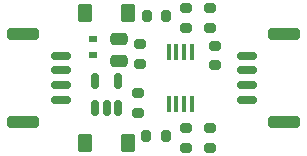
<source format=gbr>
%TF.GenerationSoftware,KiCad,Pcbnew,7.0.7-7.0.7~ubuntu23.04.1*%
%TF.CreationDate,2023-10-04T13:25:25+00:00*%
%TF.ProjectId,TFI2CEXT01,54464932-4345-4585-9430-312e6b696361,REV*%
%TF.SameCoordinates,PX78dfd90PY8290510*%
%TF.FileFunction,Paste,Bot*%
%TF.FilePolarity,Positive*%
%FSLAX46Y46*%
G04 Gerber Fmt 4.6, Leading zero omitted, Abs format (unit mm)*
G04 Created by KiCad (PCBNEW 7.0.7-7.0.7~ubuntu23.04.1) date 2023-10-04 13:25:25*
%MOMM*%
%LPD*%
G01*
G04 APERTURE LIST*
G04 Aperture macros list*
%AMRoundRect*
0 Rectangle with rounded corners*
0 $1 Rounding radius*
0 $2 $3 $4 $5 $6 $7 $8 $9 X,Y pos of 4 corners*
0 Add a 4 corners polygon primitive as box body*
4,1,4,$2,$3,$4,$5,$6,$7,$8,$9,$2,$3,0*
0 Add four circle primitives for the rounded corners*
1,1,$1+$1,$2,$3*
1,1,$1+$1,$4,$5*
1,1,$1+$1,$6,$7*
1,1,$1+$1,$8,$9*
0 Add four rect primitives between the rounded corners*
20,1,$1+$1,$2,$3,$4,$5,0*
20,1,$1+$1,$4,$5,$6,$7,0*
20,1,$1+$1,$6,$7,$8,$9,0*
20,1,$1+$1,$8,$9,$2,$3,0*%
G04 Aperture macros list end*
%ADD10RoundRect,0.200000X0.200000X0.275000X-0.200000X0.275000X-0.200000X-0.275000X0.200000X-0.275000X0*%
%ADD11R,0.450000X1.450000*%
%ADD12RoundRect,0.166667X-0.458333X-0.583333X0.458333X-0.583333X0.458333X0.583333X-0.458333X0.583333X0*%
%ADD13RoundRect,0.166667X0.458333X0.583333X-0.458333X0.583333X-0.458333X-0.583333X0.458333X-0.583333X0*%
%ADD14RoundRect,0.200000X0.275000X-0.200000X0.275000X0.200000X-0.275000X0.200000X-0.275000X-0.200000X0*%
%ADD15R,0.700000X0.600000*%
%ADD16RoundRect,0.150000X0.700000X-0.150000X0.700000X0.150000X-0.700000X0.150000X-0.700000X-0.150000X0*%
%ADD17RoundRect,0.250000X1.100000X-0.250000X1.100000X0.250000X-1.100000X0.250000X-1.100000X-0.250000X0*%
%ADD18RoundRect,0.150000X0.150000X-0.512500X0.150000X0.512500X-0.150000X0.512500X-0.150000X-0.512500X0*%
%ADD19RoundRect,0.200000X-0.275000X0.200000X-0.275000X-0.200000X0.275000X-0.200000X0.275000X0.200000X0*%
%ADD20RoundRect,0.150000X-0.700000X0.150000X-0.700000X-0.150000X0.700000X-0.150000X0.700000X0.150000X0*%
%ADD21RoundRect,0.250000X-1.100000X0.250000X-1.100000X-0.250000X1.100000X-0.250000X1.100000X0.250000X0*%
%ADD22RoundRect,0.250000X0.475000X-0.250000X0.475000X0.250000X-0.475000X0.250000X-0.475000X-0.250000X0*%
G04 APERTURE END LIST*
D10*
%TO.C,R4*%
X-113221000Y139446000D03*
X-114871000Y139446000D03*
%TD*%
D11*
%TO.C,U2*%
X-111039000Y142206000D03*
X-111689000Y142206000D03*
X-112339000Y142206000D03*
X-112989000Y142206000D03*
X-112989000Y146606000D03*
X-112339000Y146606000D03*
X-111689000Y146606000D03*
X-111039000Y146606000D03*
%TD*%
D12*
%TO.C,D1*%
X-120046000Y149906000D03*
D13*
X-116446000Y149906000D03*
%TD*%
D14*
%TO.C,C2*%
X-115570000Y141440500D03*
X-115570000Y143090500D03*
%TD*%
D15*
%TO.C,D2*%
X-119380000Y146301000D03*
X-119380000Y147701000D03*
%TD*%
D14*
%TO.C,R5*%
X-109474000Y138494000D03*
X-109474000Y140144000D03*
%TD*%
%TO.C,C3*%
X-115443000Y145580500D03*
X-115443000Y147230500D03*
%TD*%
D16*
%TO.C,J1*%
X-122096000Y142531000D03*
X-122096000Y143781000D03*
X-122096000Y145031000D03*
X-122096000Y146281000D03*
D17*
X-125296000Y140681000D03*
X-125296000Y148131000D03*
%TD*%
D18*
%TO.C,U1*%
X-117287000Y141864500D03*
X-118237000Y141864500D03*
X-119187000Y141864500D03*
X-119187000Y144139500D03*
X-117287000Y144139500D03*
%TD*%
D12*
%TO.C,D3*%
X-120046000Y138906000D03*
D13*
X-116446000Y138906000D03*
%TD*%
D10*
%TO.C,R1*%
X-113195500Y149606000D03*
X-114845500Y149606000D03*
%TD*%
D19*
%TO.C,R6*%
X-109474000Y150278500D03*
X-109474000Y148628500D03*
%TD*%
D14*
%TO.C,R2*%
X-111506000Y138494000D03*
X-111506000Y140144000D03*
%TD*%
D19*
%TO.C,R3*%
X-111506000Y150278500D03*
X-111506000Y148628500D03*
%TD*%
D20*
%TO.C,J3*%
X-106396000Y146281000D03*
X-106396000Y145031000D03*
X-106396000Y143781000D03*
X-106396000Y142531000D03*
D21*
X-103196000Y148131000D03*
X-103196000Y140681000D03*
%TD*%
D22*
%TO.C,C1*%
X-117221000Y145798500D03*
X-117221000Y147698500D03*
%TD*%
D14*
%TO.C,C4*%
X-109093000Y145479000D03*
X-109093000Y147129000D03*
%TD*%
M02*

</source>
